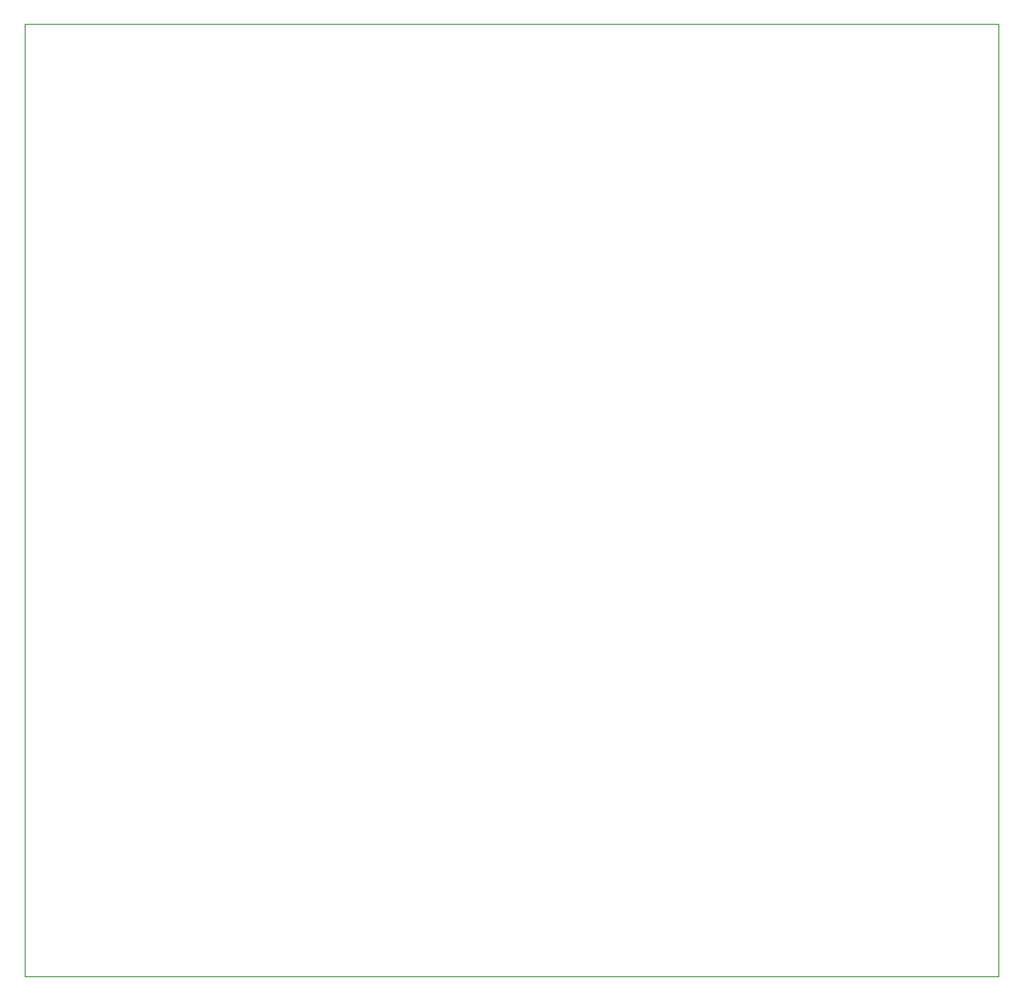
<source format=gbr>
G04 #@! TF.GenerationSoftware,KiCad,Pcbnew,(5.1.4)-1*
G04 #@! TF.CreationDate,2020-04-16T14:38:52+01:00*
G04 #@! TF.ProjectId,sot23Breakout,736f7432-3342-4726-9561-6b6f75742e6b,rev?*
G04 #@! TF.SameCoordinates,Original*
G04 #@! TF.FileFunction,Profile,NP*
%FSLAX46Y46*%
G04 Gerber Fmt 4.6, Leading zero omitted, Abs format (unit mm)*
G04 Created by KiCad (PCBNEW (5.1.4)-1) date 2020-04-16 14:38:52*
%MOMM*%
%LPD*%
G04 APERTURE LIST*
%ADD10C,0.120000*%
G04 APERTURE END LIST*
D10*
X148082000Y-136398000D02*
X54610000Y-136398000D01*
X148082000Y-44958000D02*
X148082000Y-136398000D01*
X54610000Y-44958000D02*
X148082000Y-44958000D01*
X54610000Y-136398000D02*
X54610000Y-44958000D01*
M02*

</source>
